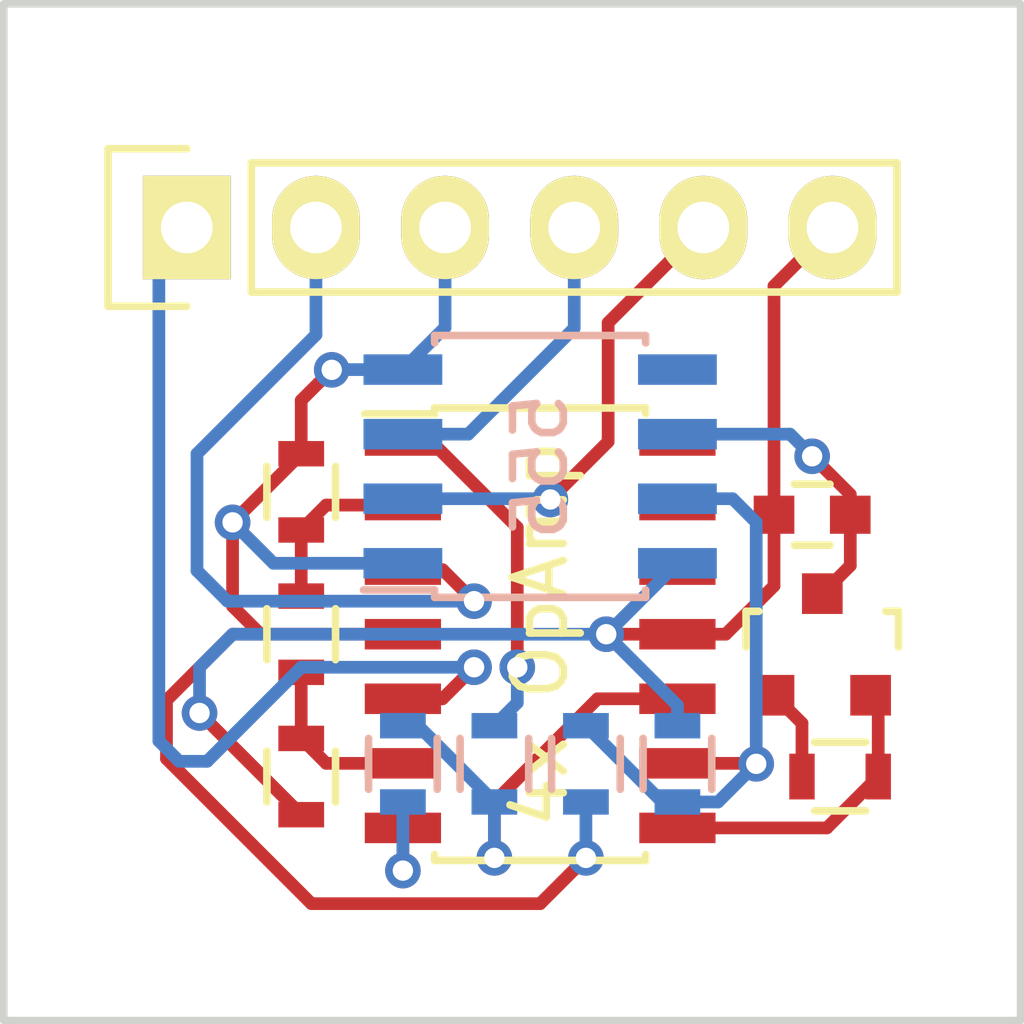
<source format=kicad_pcb>
(kicad_pcb (version 4) (host pcbnew 4.0.1-stable)

  (general
    (links 0)
    (no_connects 0)
    (area 122.719763 62.800713 149.380237 88.425001)
    (thickness 1.6)
    (drawings 4)
    (tracks 114)
    (zones 0)
    (modules 13)
    (nets 1)
  )

  (page A4)
  (layers
    (0 F.Cu signal)
    (31 B.Cu signal)
    (32 B.Adhes user)
    (33 F.Adhes user)
    (34 B.Paste user)
    (35 F.Paste user)
    (36 B.SilkS user)
    (37 F.SilkS user)
    (38 B.Mask user)
    (39 F.Mask user)
    (40 Dwgs.User user)
    (41 Cmts.User user)
    (42 Eco1.User user)
    (43 Eco2.User user)
    (44 Edge.Cuts user)
    (45 Margin user)
    (46 B.CrtYd user)
    (47 F.CrtYd user)
    (48 B.Fab user)
    (49 F.Fab user)
  )

  (setup
    (last_trace_width 0.25)
    (trace_clearance 0.16)
    (zone_clearance 0.508)
    (zone_45_only no)
    (trace_min 0.2)
    (segment_width 0.2)
    (edge_width 0.15)
    (via_size 0.7)
    (via_drill 0.4)
    (via_min_size 0.4)
    (via_min_drill 0.3)
    (uvia_size 0.3)
    (uvia_drill 0.1)
    (uvias_allowed no)
    (uvia_min_size 0.2)
    (uvia_min_drill 0.1)
    (pcb_text_width 0.3)
    (pcb_text_size 1.5 1.5)
    (mod_edge_width 0.15)
    (mod_text_size 1 1)
    (mod_text_width 0.15)
    (pad_size 1.524 1.524)
    (pad_drill 0.762)
    (pad_to_mask_clearance 0.2)
    (aux_axis_origin 0 0)
    (visible_elements 7FFFFF3F)
    (pcbplotparams
      (layerselection 0x01000_00000000)
      (usegerberextensions false)
      (excludeedgelayer true)
      (linewidth 0.100000)
      (plotframeref false)
      (viasonmask false)
      (mode 1)
      (useauxorigin false)
      (hpglpennumber 1)
      (hpglpenspeed 20)
      (hpglpendiameter 15)
      (hpglpenoverlay 2)
      (psnegative false)
      (psa4output false)
      (plotreference true)
      (plotvalue true)
      (plotinvisibletext false)
      (padsonsilk false)
      (subtractmaskfromsilk false)
      (outputformat 1)
      (mirror false)
      (drillshape 0)
      (scaleselection 1)
      (outputdirectory Gerbers/))
  )

  (net 0 "")

  (net_class Default "This is the default net class."
    (clearance 0.16)
    (trace_width 0.25)
    (via_dia 0.7)
    (via_drill 0.4)
    (uvia_dia 0.3)
    (uvia_drill 0.1)
  )

  (module Resistors_SMD:R_0603 (layer B.Cu) (tedit 56C283E0) (tstamp 56C2844E)
    (at 136.95 83.3 270)
    (descr "Resistor SMD 0603, reflow soldering, Vishay (see dcrcw.pdf)")
    (tags "resistor 0603")
    (attr smd)
    (fp_text reference REF** (at 0 1.9 270) (layer B.SilkS) hide
      (effects (font (size 1 1) (thickness 0.15)) (justify mirror))
    )
    (fp_text value R_0603 (at 0 -1.9 270) (layer B.Fab) hide
      (effects (font (size 1 1) (thickness 0.15)) (justify mirror))
    )
    (fp_line (start -1.3 0.8) (end 1.3 0.8) (layer B.CrtYd) (width 0.05))
    (fp_line (start -1.3 -0.8) (end 1.3 -0.8) (layer B.CrtYd) (width 0.05))
    (fp_line (start -1.3 0.8) (end -1.3 -0.8) (layer B.CrtYd) (width 0.05))
    (fp_line (start 1.3 0.8) (end 1.3 -0.8) (layer B.CrtYd) (width 0.05))
    (fp_line (start 0.5 -0.675) (end -0.5 -0.675) (layer B.SilkS) (width 0.15))
    (fp_line (start -0.5 0.675) (end 0.5 0.675) (layer B.SilkS) (width 0.15))
    (pad 1 smd rect (at -0.75 0 270) (size 0.5 0.9) (layers B.Cu B.Paste B.Mask))
    (pad 2 smd rect (at 0.75 0 270) (size 0.5 0.9) (layers B.Cu B.Paste B.Mask))
    (model Resistors_SMD.3dshapes/R_0603.wrl
      (at (xyz 0 0 0))
      (scale (xyz 1 1 1))
      (rotate (xyz 0 0 0))
    )
  )

  (module Resistors_SMD:R_0603 (layer B.Cu) (tedit 56C283E0) (tstamp 56C28459)
    (at 138.75 83.3 270)
    (descr "Resistor SMD 0603, reflow soldering, Vishay (see dcrcw.pdf)")
    (tags "resistor 0603")
    (attr smd)
    (fp_text reference REF** (at 0 1.9 270) (layer B.SilkS) hide
      (effects (font (size 1 1) (thickness 0.15)) (justify mirror))
    )
    (fp_text value R_0603 (at 0 -1.9 270) (layer B.Fab) hide
      (effects (font (size 1 1) (thickness 0.15)) (justify mirror))
    )
    (fp_line (start -1.3 0.8) (end 1.3 0.8) (layer B.CrtYd) (width 0.05))
    (fp_line (start -1.3 -0.8) (end 1.3 -0.8) (layer B.CrtYd) (width 0.05))
    (fp_line (start -1.3 0.8) (end -1.3 -0.8) (layer B.CrtYd) (width 0.05))
    (fp_line (start 1.3 0.8) (end 1.3 -0.8) (layer B.CrtYd) (width 0.05))
    (fp_line (start 0.5 -0.675) (end -0.5 -0.675) (layer B.SilkS) (width 0.15))
    (fp_line (start -0.5 0.675) (end 0.5 0.675) (layer B.SilkS) (width 0.15))
    (pad 1 smd rect (at -0.75 0 270) (size 0.5 0.9) (layers B.Cu B.Paste B.Mask))
    (pad 2 smd rect (at 0.75 0 270) (size 0.5 0.9) (layers B.Cu B.Paste B.Mask))
    (model Resistors_SMD.3dshapes/R_0603.wrl
      (at (xyz 0 0 0))
      (scale (xyz 1 1 1))
      (rotate (xyz 0 0 0))
    )
  )

  (module Resistors_SMD:R_0603 (layer F.Cu) (tedit 56C283E0) (tstamp 56C28443)
    (at 141.95 83.55)
    (descr "Resistor SMD 0603, reflow soldering, Vishay (see dcrcw.pdf)")
    (tags "resistor 0603")
    (attr smd)
    (fp_text reference REF** (at 0 -1.9) (layer F.SilkS) hide
      (effects (font (size 1 1) (thickness 0.15)))
    )
    (fp_text value R_0603 (at 0 1.9) (layer F.Fab) hide
      (effects (font (size 1 1) (thickness 0.15)))
    )
    (fp_line (start -1.3 -0.8) (end 1.3 -0.8) (layer F.CrtYd) (width 0.05))
    (fp_line (start -1.3 0.8) (end 1.3 0.8) (layer F.CrtYd) (width 0.05))
    (fp_line (start -1.3 -0.8) (end -1.3 0.8) (layer F.CrtYd) (width 0.05))
    (fp_line (start 1.3 -0.8) (end 1.3 0.8) (layer F.CrtYd) (width 0.05))
    (fp_line (start 0.5 0.675) (end -0.5 0.675) (layer F.SilkS) (width 0.15))
    (fp_line (start -0.5 -0.675) (end 0.5 -0.675) (layer F.SilkS) (width 0.15))
    (pad 1 smd rect (at -0.75 0) (size 0.5 0.9) (layers F.Cu F.Paste F.Mask))
    (pad 2 smd rect (at 0.75 0) (size 0.5 0.9) (layers F.Cu F.Paste F.Mask))
    (model Resistors_SMD.3dshapes/R_0603.wrl
      (at (xyz 0 0 0))
      (scale (xyz 1 1 1))
      (rotate (xyz 0 0 0))
    )
  )

  (module Resistors_SMD:R_0603 (layer B.Cu) (tedit 56C283E0) (tstamp 56C28438)
    (at 135.15 83.3 270)
    (descr "Resistor SMD 0603, reflow soldering, Vishay (see dcrcw.pdf)")
    (tags "resistor 0603")
    (attr smd)
    (fp_text reference REF** (at 0 1.9 270) (layer B.SilkS) hide
      (effects (font (size 1 1) (thickness 0.15)) (justify mirror))
    )
    (fp_text value R_0603 (at 0 -1.9 270) (layer B.Fab) hide
      (effects (font (size 1 1) (thickness 0.15)) (justify mirror))
    )
    (fp_line (start -1.3 0.8) (end 1.3 0.8) (layer B.CrtYd) (width 0.05))
    (fp_line (start -1.3 -0.8) (end 1.3 -0.8) (layer B.CrtYd) (width 0.05))
    (fp_line (start -1.3 0.8) (end -1.3 -0.8) (layer B.CrtYd) (width 0.05))
    (fp_line (start 1.3 0.8) (end 1.3 -0.8) (layer B.CrtYd) (width 0.05))
    (fp_line (start 0.5 -0.675) (end -0.5 -0.675) (layer B.SilkS) (width 0.15))
    (fp_line (start -0.5 0.675) (end 0.5 0.675) (layer B.SilkS) (width 0.15))
    (pad 1 smd rect (at -0.75 0 270) (size 0.5 0.9) (layers B.Cu B.Paste B.Mask))
    (pad 2 smd rect (at 0.75 0 270) (size 0.5 0.9) (layers B.Cu B.Paste B.Mask))
    (model Resistors_SMD.3dshapes/R_0603.wrl
      (at (xyz 0 0 0))
      (scale (xyz 1 1 1))
      (rotate (xyz 0 0 0))
    )
  )

  (module Resistors_SMD:R_0603 (layer F.Cu) (tedit 56C283E0) (tstamp 56C2842D)
    (at 131.35 83.55 270)
    (descr "Resistor SMD 0603, reflow soldering, Vishay (see dcrcw.pdf)")
    (tags "resistor 0603")
    (attr smd)
    (fp_text reference REF** (at 0 -1.9 270) (layer F.SilkS) hide
      (effects (font (size 1 1) (thickness 0.15)))
    )
    (fp_text value R_0603 (at 0 1.9 270) (layer F.Fab) hide
      (effects (font (size 1 1) (thickness 0.15)))
    )
    (fp_line (start -1.3 -0.8) (end 1.3 -0.8) (layer F.CrtYd) (width 0.05))
    (fp_line (start -1.3 0.8) (end 1.3 0.8) (layer F.CrtYd) (width 0.05))
    (fp_line (start -1.3 -0.8) (end -1.3 0.8) (layer F.CrtYd) (width 0.05))
    (fp_line (start 1.3 -0.8) (end 1.3 0.8) (layer F.CrtYd) (width 0.05))
    (fp_line (start 0.5 0.675) (end -0.5 0.675) (layer F.SilkS) (width 0.15))
    (fp_line (start -0.5 -0.675) (end 0.5 -0.675) (layer F.SilkS) (width 0.15))
    (pad 1 smd rect (at -0.75 0 270) (size 0.5 0.9) (layers F.Cu F.Paste F.Mask))
    (pad 2 smd rect (at 0.75 0 270) (size 0.5 0.9) (layers F.Cu F.Paste F.Mask))
    (model Resistors_SMD.3dshapes/R_0603.wrl
      (at (xyz 0 0 0))
      (scale (xyz 1 1 1))
      (rotate (xyz 0 0 0))
    )
  )

  (module Resistors_SMD:R_0603 (layer F.Cu) (tedit 56C283E0) (tstamp 56C28422)
    (at 131.35 77.95 270)
    (descr "Resistor SMD 0603, reflow soldering, Vishay (see dcrcw.pdf)")
    (tags "resistor 0603")
    (attr smd)
    (fp_text reference REF** (at 0 -1.9 270) (layer F.SilkS) hide
      (effects (font (size 1 1) (thickness 0.15)))
    )
    (fp_text value R_0603 (at 0 1.9 270) (layer F.Fab) hide
      (effects (font (size 1 1) (thickness 0.15)))
    )
    (fp_line (start -1.3 -0.8) (end 1.3 -0.8) (layer F.CrtYd) (width 0.05))
    (fp_line (start -1.3 0.8) (end 1.3 0.8) (layer F.CrtYd) (width 0.05))
    (fp_line (start -1.3 -0.8) (end -1.3 0.8) (layer F.CrtYd) (width 0.05))
    (fp_line (start 1.3 -0.8) (end 1.3 0.8) (layer F.CrtYd) (width 0.05))
    (fp_line (start 0.5 0.675) (end -0.5 0.675) (layer F.SilkS) (width 0.15))
    (fp_line (start -0.5 -0.675) (end 0.5 -0.675) (layer F.SilkS) (width 0.15))
    (pad 1 smd rect (at -0.75 0 270) (size 0.5 0.9) (layers F.Cu F.Paste F.Mask))
    (pad 2 smd rect (at 0.75 0 270) (size 0.5 0.9) (layers F.Cu F.Paste F.Mask))
    (model Resistors_SMD.3dshapes/R_0603.wrl
      (at (xyz 0 0 0))
      (scale (xyz 1 1 1))
      (rotate (xyz 0 0 0))
    )
  )

  (module Resistors_SMD:R_0603 (layer F.Cu) (tedit 56C283E0) (tstamp 56C28417)
    (at 131.35 80.75 270)
    (descr "Resistor SMD 0603, reflow soldering, Vishay (see dcrcw.pdf)")
    (tags "resistor 0603")
    (attr smd)
    (fp_text reference REF** (at 0 -1.9 270) (layer F.SilkS) hide
      (effects (font (size 1 1) (thickness 0.15)))
    )
    (fp_text value R_0603 (at 0 1.9 270) (layer F.Fab) hide
      (effects (font (size 1 1) (thickness 0.15)))
    )
    (fp_line (start -1.3 -0.8) (end 1.3 -0.8) (layer F.CrtYd) (width 0.05))
    (fp_line (start -1.3 0.8) (end 1.3 0.8) (layer F.CrtYd) (width 0.05))
    (fp_line (start -1.3 -0.8) (end -1.3 0.8) (layer F.CrtYd) (width 0.05))
    (fp_line (start 1.3 -0.8) (end 1.3 0.8) (layer F.CrtYd) (width 0.05))
    (fp_line (start 0.5 0.675) (end -0.5 0.675) (layer F.SilkS) (width 0.15))
    (fp_line (start -0.5 -0.675) (end 0.5 -0.675) (layer F.SilkS) (width 0.15))
    (pad 1 smd rect (at -0.75 0 270) (size 0.5 0.9) (layers F.Cu F.Paste F.Mask))
    (pad 2 smd rect (at 0.75 0 270) (size 0.5 0.9) (layers F.Cu F.Paste F.Mask))
    (model Resistors_SMD.3dshapes/R_0603.wrl
      (at (xyz 0 0 0))
      (scale (xyz 1 1 1))
      (rotate (xyz 0 0 0))
    )
  )

  (module Housings_SOIC:SOIC-8_3.9x4.9mm_Pitch1.27mm (layer B.Cu) (tedit 56C28807) (tstamp 56C281F7)
    (at 136.05 77.45)
    (descr "8-Lead Plastic Small Outline (SN) - Narrow, 3.90 mm Body [SOIC] (see Microchip Packaging Specification 00000049BS.pdf)")
    (tags "SOIC 1.27")
    (attr smd)
    (fp_text reference 555 (at 0 0 270) (layer B.SilkS)
      (effects (font (size 1 1) (thickness 0.15)) (justify mirror))
    )
    (fp_text value SOIC-8_3.9x4.9mm_Pitch1.27mm (at 0 -3.5) (layer B.Fab) hide
      (effects (font (size 1 1) (thickness 0.15)) (justify mirror))
    )
    (fp_line (start -3.75 2.75) (end -3.75 -2.75) (layer B.CrtYd) (width 0.05))
    (fp_line (start 3.75 2.75) (end 3.75 -2.75) (layer B.CrtYd) (width 0.05))
    (fp_line (start -3.75 2.75) (end 3.75 2.75) (layer B.CrtYd) (width 0.05))
    (fp_line (start -3.75 -2.75) (end 3.75 -2.75) (layer B.CrtYd) (width 0.05))
    (fp_line (start -2.075 2.575) (end -2.075 2.43) (layer B.SilkS) (width 0.15))
    (fp_line (start 2.075 2.575) (end 2.075 2.43) (layer B.SilkS) (width 0.15))
    (fp_line (start 2.075 -2.575) (end 2.075 -2.43) (layer B.SilkS) (width 0.15))
    (fp_line (start -2.075 -2.575) (end -2.075 -2.43) (layer B.SilkS) (width 0.15))
    (fp_line (start -2.075 2.575) (end 2.075 2.575) (layer B.SilkS) (width 0.15))
    (fp_line (start -2.075 -2.575) (end 2.075 -2.575) (layer B.SilkS) (width 0.15))
    (fp_line (start -2.075 2.43) (end -3.475 2.43) (layer B.SilkS) (width 0.15))
    (pad 1 smd rect (at -2.7 1.905) (size 1.55 0.6) (layers B.Cu B.Paste B.Mask))
    (pad 2 smd rect (at -2.7 0.635) (size 1.55 0.6) (layers B.Cu B.Paste B.Mask))
    (pad 3 smd rect (at -2.7 -0.635) (size 1.55 0.6) (layers B.Cu B.Paste B.Mask))
    (pad 4 smd rect (at -2.7 -1.905) (size 1.55 0.6) (layers B.Cu B.Paste B.Mask))
    (pad 5 smd rect (at 2.7 -1.905) (size 1.55 0.6) (layers B.Cu B.Paste B.Mask))
    (pad 6 smd rect (at 2.7 -0.635) (size 1.55 0.6) (layers B.Cu B.Paste B.Mask))
    (pad 7 smd rect (at 2.7 0.635) (size 1.55 0.6) (layers B.Cu B.Paste B.Mask))
    (pad 8 smd rect (at 2.7 1.905) (size 1.55 0.6) (layers B.Cu B.Paste B.Mask))
    (model Housings_SOIC.3dshapes/SOIC-8_3.9x4.9mm_Pitch1.27mm.wrl
      (at (xyz 0 0 0))
      (scale (xyz 1 1 1))
      (rotate (xyz 0 0 0))
    )
  )

  (module Housings_SOIC:SOIC-14_3.9x8.7mm_Pitch1.27mm (layer F.Cu) (tedit 56C3A8DE) (tstamp 56C2820E)
    (at 136.05 80.75)
    (descr "14-Lead Plastic Small Outline (SL) - Narrow, 3.90 mm Body [SOIC] (see Microchip Packaging Specification 00000049BS.pdf)")
    (tags "SOIC 1.27")
    (attr smd)
    (fp_text reference "4x OpAmp" (at 0 0 90) (layer F.SilkS)
      (effects (font (size 1 1) (thickness 0.15)))
    )
    (fp_text value SOIC-14_3.9x8.7mm_Pitch1.27mm (at 0 5.375) (layer F.Fab) hide
      (effects (font (size 1 1) (thickness 0.15)))
    )
    (fp_line (start -3.7 -4.65) (end -3.7 4.65) (layer F.CrtYd) (width 0.05))
    (fp_line (start 3.7 -4.65) (end 3.7 4.65) (layer F.CrtYd) (width 0.05))
    (fp_line (start -3.7 -4.65) (end 3.7 -4.65) (layer F.CrtYd) (width 0.05))
    (fp_line (start -3.7 4.65) (end 3.7 4.65) (layer F.CrtYd) (width 0.05))
    (fp_line (start -2.075 -4.45) (end -2.075 -4.335) (layer F.SilkS) (width 0.15))
    (fp_line (start 2.075 -4.45) (end 2.075 -4.335) (layer F.SilkS) (width 0.15))
    (fp_line (start 2.075 4.45) (end 2.075 4.335) (layer F.SilkS) (width 0.15))
    (fp_line (start -2.075 4.45) (end -2.075 4.335) (layer F.SilkS) (width 0.15))
    (fp_line (start -2.075 -4.45) (end 2.075 -4.45) (layer F.SilkS) (width 0.15))
    (fp_line (start -2.075 4.45) (end 2.075 4.45) (layer F.SilkS) (width 0.15))
    (fp_line (start -2.075 -4.335) (end -3.45 -4.335) (layer F.SilkS) (width 0.15))
    (pad 1 smd rect (at -2.7 -3.81) (size 1.5 0.6) (layers F.Cu F.Paste F.Mask))
    (pad 2 smd rect (at -2.7 -2.54) (size 1.5 0.6) (layers F.Cu F.Paste F.Mask))
    (pad 3 smd rect (at -2.7 -1.27) (size 1.5 0.6) (layers F.Cu F.Paste F.Mask))
    (pad 4 smd rect (at -2.7 0) (size 1.5 0.6) (layers F.Cu F.Paste F.Mask))
    (pad 5 smd rect (at -2.7 1.27) (size 1.5 0.6) (layers F.Cu F.Paste F.Mask))
    (pad 6 smd rect (at -2.7 2.54) (size 1.5 0.6) (layers F.Cu F.Paste F.Mask))
    (pad 7 smd rect (at -2.7 3.81) (size 1.5 0.6) (layers F.Cu F.Paste F.Mask))
    (pad 8 smd rect (at 2.7 3.81) (size 1.5 0.6) (layers F.Cu F.Paste F.Mask))
    (pad 9 smd rect (at 2.7 2.54) (size 1.5 0.6) (layers F.Cu F.Paste F.Mask))
    (pad 10 smd rect (at 2.7 1.27) (size 1.5 0.6) (layers F.Cu F.Paste F.Mask))
    (pad 11 smd rect (at 2.7 0) (size 1.5 0.6) (layers F.Cu F.Paste F.Mask))
    (pad 12 smd rect (at 2.7 -1.27) (size 1.5 0.6) (layers F.Cu F.Paste F.Mask))
    (pad 13 smd rect (at 2.7 -2.54) (size 1.5 0.6) (layers F.Cu F.Paste F.Mask))
    (pad 14 smd rect (at 2.7 -3.81) (size 1.5 0.6) (layers F.Cu F.Paste F.Mask))
    (model Housings_SOIC.3dshapes/SOIC-14_3.9x8.7mm_Pitch1.27mm.wrl
      (at (xyz 0 0 0))
      (scale (xyz 1 1 1))
      (rotate (xyz 0 0 0))
    )
  )

  (module Resistors_SMD:R_0603 (layer B.Cu) (tedit 56C283E0) (tstamp 56C284AF)
    (at 133.35 83.3 270)
    (descr "Resistor SMD 0603, reflow soldering, Vishay (see dcrcw.pdf)")
    (tags "resistor 0603")
    (attr smd)
    (fp_text reference REF** (at 0 1.9 270) (layer B.SilkS) hide
      (effects (font (size 1 1) (thickness 0.15)) (justify mirror))
    )
    (fp_text value R_0603 (at 0 -1.9 270) (layer B.Fab) hide
      (effects (font (size 1 1) (thickness 0.15)) (justify mirror))
    )
    (fp_line (start -1.3 0.8) (end 1.3 0.8) (layer B.CrtYd) (width 0.05))
    (fp_line (start -1.3 -0.8) (end 1.3 -0.8) (layer B.CrtYd) (width 0.05))
    (fp_line (start -1.3 0.8) (end -1.3 -0.8) (layer B.CrtYd) (width 0.05))
    (fp_line (start 1.3 0.8) (end 1.3 -0.8) (layer B.CrtYd) (width 0.05))
    (fp_line (start 0.5 -0.675) (end -0.5 -0.675) (layer B.SilkS) (width 0.15))
    (fp_line (start -0.5 0.675) (end 0.5 0.675) (layer B.SilkS) (width 0.15))
    (pad 1 smd rect (at -0.75 0 270) (size 0.5 0.9) (layers B.Cu B.Paste B.Mask))
    (pad 2 smd rect (at 0.75 0 270) (size 0.5 0.9) (layers B.Cu B.Paste B.Mask))
    (model Resistors_SMD.3dshapes/R_0603.wrl
      (at (xyz 0 0 0))
      (scale (xyz 1 1 1))
      (rotate (xyz 0 0 0))
    )
  )

  (module TO_SOT_Packages_SMD:SOT-23 (layer F.Cu) (tedit 56C3A909) (tstamp 56C9B702)
    (at 141.6 80.95)
    (descr "SOT-23, Standard")
    (tags SOT-23)
    (attr smd)
    (fp_text reference REF** (at 0 -2.25) (layer F.SilkS) hide
      (effects (font (size 1 1) (thickness 0.15)))
    )
    (fp_text value SOT-23 (at 0 2.3) (layer F.Fab) hide
      (effects (font (size 1 1) (thickness 0.15)))
    )
    (fp_line (start -1.65 -1.6) (end 1.65 -1.6) (layer F.CrtYd) (width 0.05))
    (fp_line (start 1.65 -1.6) (end 1.65 1.6) (layer F.CrtYd) (width 0.05))
    (fp_line (start 1.65 1.6) (end -1.65 1.6) (layer F.CrtYd) (width 0.05))
    (fp_line (start -1.65 1.6) (end -1.65 -1.6) (layer F.CrtYd) (width 0.05))
    (fp_line (start 1.29916 -0.65024) (end 1.2509 -0.65024) (layer F.SilkS) (width 0.15))
    (fp_line (start -1.49982 0.0508) (end -1.49982 -0.65024) (layer F.SilkS) (width 0.15))
    (fp_line (start -1.49982 -0.65024) (end -1.2509 -0.65024) (layer F.SilkS) (width 0.15))
    (fp_line (start 1.29916 -0.65024) (end 1.49982 -0.65024) (layer F.SilkS) (width 0.15))
    (fp_line (start 1.49982 -0.65024) (end 1.49982 0.0508) (layer F.SilkS) (width 0.15))
    (pad 1 smd rect (at -0.95 1.00076) (size 0.8001 0.8001) (layers F.Cu F.Paste F.Mask))
    (pad 2 smd rect (at 0.95 1.00076) (size 0.8001 0.8001) (layers F.Cu F.Paste F.Mask))
    (pad 3 smd rect (at 0 -0.99822) (size 0.8001 0.8001) (layers F.Cu F.Paste F.Mask))
    (model TO_SOT_Packages_SMD.3dshapes/SOT-23.wrl
      (at (xyz 0 0 0))
      (scale (xyz 1 1 1))
      (rotate (xyz 0 0 0))
    )
  )

  (module Capacitors_SMD:C_0603 (layer F.Cu) (tedit 56C3A8F7) (tstamp 56CF0BF4)
    (at 141.4 78.4)
    (descr "Capacitor SMD 0603, reflow soldering, AVX (see smccp.pdf)")
    (tags "capacitor 0603")
    (attr smd)
    (fp_text reference REF** (at 0 -1.9) (layer F.SilkS) hide
      (effects (font (size 1 1) (thickness 0.15)))
    )
    (fp_text value C_0603 (at 0 1.9) (layer F.Fab) hide
      (effects (font (size 1 1) (thickness 0.15)))
    )
    (fp_line (start -1.45 -0.75) (end 1.45 -0.75) (layer F.CrtYd) (width 0.05))
    (fp_line (start -1.45 0.75) (end 1.45 0.75) (layer F.CrtYd) (width 0.05))
    (fp_line (start -1.45 -0.75) (end -1.45 0.75) (layer F.CrtYd) (width 0.05))
    (fp_line (start 1.45 -0.75) (end 1.45 0.75) (layer F.CrtYd) (width 0.05))
    (fp_line (start -0.35 -0.6) (end 0.35 -0.6) (layer F.SilkS) (width 0.15))
    (fp_line (start 0.35 0.6) (end -0.35 0.6) (layer F.SilkS) (width 0.15))
    (pad 1 smd rect (at -0.75 0) (size 0.8 0.75) (layers F.Cu F.Paste F.Mask))
    (pad 2 smd rect (at 0.75 0) (size 0.8 0.75) (layers F.Cu F.Paste F.Mask))
    (model Capacitors_SMD.3dshapes/C_0603.wrl
      (at (xyz 0 0 0))
      (scale (xyz 1 1 1))
      (rotate (xyz 0 0 0))
    )
  )

  (module Pin_Headers:Pin_Header_Straight_1x06 (layer F.Cu) (tedit 56C3A900) (tstamp 56C49BDA)
    (at 129.1 72.75 90)
    (descr "Through hole pin header")
    (tags "pin header")
    (fp_text reference REF** (at 0 -5.1 90) (layer F.SilkS) hide
      (effects (font (size 1 1) (thickness 0.15)))
    )
    (fp_text value Pin_Header_Straight_1x06 (at 0 -3.1 90) (layer F.Fab) hide
      (effects (font (size 1 1) (thickness 0.15)))
    )
    (fp_line (start -1.75 -1.75) (end -1.75 14.45) (layer F.CrtYd) (width 0.05))
    (fp_line (start 1.75 -1.75) (end 1.75 14.45) (layer F.CrtYd) (width 0.05))
    (fp_line (start -1.75 -1.75) (end 1.75 -1.75) (layer F.CrtYd) (width 0.05))
    (fp_line (start -1.75 14.45) (end 1.75 14.45) (layer F.CrtYd) (width 0.05))
    (fp_line (start 1.27 1.27) (end 1.27 13.97) (layer F.SilkS) (width 0.15))
    (fp_line (start 1.27 13.97) (end -1.27 13.97) (layer F.SilkS) (width 0.15))
    (fp_line (start -1.27 13.97) (end -1.27 1.27) (layer F.SilkS) (width 0.15))
    (fp_line (start 1.55 -1.55) (end 1.55 0) (layer F.SilkS) (width 0.15))
    (fp_line (start 1.27 1.27) (end -1.27 1.27) (layer F.SilkS) (width 0.15))
    (fp_line (start -1.55 0) (end -1.55 -1.55) (layer F.SilkS) (width 0.15))
    (fp_line (start -1.55 -1.55) (end 1.55 -1.55) (layer F.SilkS) (width 0.15))
    (pad 1 thru_hole rect (at 0 0 90) (size 2.032 1.7272) (drill 1.016) (layers *.Cu *.Mask F.SilkS))
    (pad 2 thru_hole oval (at 0 2.54 90) (size 2.032 1.7272) (drill 1.016) (layers *.Cu *.Mask F.SilkS))
    (pad 3 thru_hole oval (at 0 5.08 90) (size 2.032 1.7272) (drill 1.016) (layers *.Cu *.Mask F.SilkS))
    (pad 4 thru_hole oval (at 0 7.62 90) (size 2.032 1.7272) (drill 1.016) (layers *.Cu *.Mask F.SilkS))
    (pad 5 thru_hole oval (at 0 10.16 90) (size 2.032 1.7272) (drill 1.016) (layers *.Cu *.Mask F.SilkS))
    (pad 6 thru_hole oval (at 0 12.7 90) (size 2.032 1.7272) (drill 1.016) (layers *.Cu *.Mask F.SilkS))
    (model Pin_Headers.3dshapes/Pin_Header_Straight_1x06.wrl
      (at (xyz 0 -0.25 0))
      (scale (xyz 1 1 1))
      (rotate (xyz 0 0 90))
    )
  )

  (gr_line (start 125.5 88.35) (end 125.5 68.35) (angle 90) (layer Edge.Cuts) (width 0.15))
  (gr_line (start 145.5 88.35) (end 125.5 88.35) (angle 90) (layer Edge.Cuts) (width 0.15))
  (gr_line (start 145.5 68.35) (end 145.5 88.35) (angle 90) (layer Edge.Cuts) (width 0.15))
  (gr_line (start 125.5 68.35) (end 145.5 68.35) (angle 90) (layer Edge.Cuts) (width 0.15))

  (segment (start 137.3875 76.9625) (end 137.3875 74.6225) (width 0.25) (layer F.Cu) (net 0))
  (segment (start 137.3875 74.6225) (end 139.26 72.75) (width 0.25) (layer F.Cu) (net 0) (tstamp 56C92696))
  (segment (start 140.65 78.4) (end 140.65 73.9) (width 0.25) (layer F.Cu) (net 0))
  (segment (start 140.65 73.9) (end 141.8 72.75) (width 0.25) (layer F.Cu) (net 0) (tstamp 56C49C80))
  (segment (start 133.35 78.085) (end 136.235 78.085) (width 0.25) (layer B.Cu) (net 0))
  (segment (start 136.235 78.085) (end 136.25 78.1) (width 0.25) (layer B.Cu) (net 0) (tstamp 56C49C79))
  (via (at 136.25 78.1) (size 0.7) (drill 0.4) (layers F.Cu B.Cu) (net 0))
  (segment (start 136.25 78.1) (end 137.3875 76.9625) (width 0.25) (layer F.Cu) (net 0) (tstamp 56C49C7B))
  (segment (start 131.35 81.4) (end 129.5 83.25) (width 0.25) (layer B.Cu) (net 0))
  (segment (start 128.55 82.85) (end 128.55 73.3) (width 0.25) (layer B.Cu) (net 0) (tstamp 56C49C63))
  (segment (start 128.95 83.25) (end 128.55 82.85) (width 0.25) (layer B.Cu) (net 0) (tstamp 56C49C62))
  (segment (start 129.5 83.25) (end 128.95 83.25) (width 0.25) (layer B.Cu) (net 0) (tstamp 56C49C61))
  (segment (start 128.55 73.3) (end 129.1 72.75) (width 0.25) (layer B.Cu) (net 0) (tstamp 56C49C64))
  (segment (start 129.95 80.1) (end 129.9 80.1) (width 0.25) (layer B.Cu) (net 0))
  (segment (start 129.9 80.1) (end 129.3 79.5) (width 0.25) (layer B.Cu) (net 0) (tstamp 56C49C55))
  (segment (start 131.64 72.75) (end 131.64 74.86) (width 0.25) (layer B.Cu) (net 0))
  (segment (start 131.64 74.86) (end 129.3 77.2) (width 0.25) (layer B.Cu) (net 0) (tstamp 56C49C4D))
  (segment (start 129.3 77.2) (end 129.3 79.5) (width 0.25) (layer B.Cu) (net 0) (tstamp 56C49C4F))
  (segment (start 134.13 79.48) (end 134.75 80.1) (width 0.25) (layer F.Cu) (net 0) (tstamp 56C286F3))
  (via (at 134.75 80.1) (size 0.7) (drill 0.4) (layers F.Cu B.Cu) (net 0))
  (segment (start 134.75 80.1) (end 129.95 80.1) (width 0.25) (layer B.Cu) (net 0) (tstamp 56C28706))
  (segment (start 134.13 79.48) (end 133.35 79.48) (width 0.25) (layer F.Cu) (net 0))
  (segment (start 133.35 76.815) (end 134.635 76.815) (width 0.25) (layer B.Cu) (net 0))
  (segment (start 136.72 74.73) (end 136.72 72.75) (width 0.25) (layer B.Cu) (net 0) (tstamp 56C49C26))
  (segment (start 134.635 76.815) (end 136.72 74.73) (width 0.25) (layer B.Cu) (net 0) (tstamp 56C49C24))
  (segment (start 134.18 72.75) (end 134.18 74.715) (width 0.25) (layer B.Cu) (net 0))
  (segment (start 134.18 74.715) (end 133.35 75.545) (width 0.25) (layer B.Cu) (net 0) (tstamp 56C49C1C))
  (segment (start 142.15 78.4) (end 142.15 78) (width 0.25) (layer F.Cu) (net 0))
  (segment (start 140.965 76.815) (end 138.75 76.815) (width 0.25) (layer B.Cu) (net 0) (tstamp 56CF0F0A))
  (segment (start 141.4 77.25) (end 140.965 76.815) (width 0.25) (layer B.Cu) (net 0) (tstamp 56CF0F09))
  (via (at 141.4 77.25) (size 0.7) (drill 0.4) (layers F.Cu B.Cu) (net 0))
  (segment (start 142.15 78) (end 141.4 77.25) (width 0.25) (layer F.Cu) (net 0) (tstamp 56CF0F07))
  (segment (start 142.15 78.4) (end 142.15 79.40178) (width 0.25) (layer F.Cu) (net 0))
  (segment (start 142.15 79.40178) (end 141.6 79.95178) (width 0.25) (layer F.Cu) (net 0) (tstamp 56CF0F03))
  (segment (start 138.75 80.75) (end 139.7 80.75) (width 0.25) (layer F.Cu) (net 0))
  (segment (start 140.65 79.8) (end 140.65 78.4) (width 0.25) (layer F.Cu) (net 0) (tstamp 56CF0EFF))
  (segment (start 139.7 80.75) (end 140.65 79.8) (width 0.25) (layer F.Cu) (net 0) (tstamp 56CF0EFE))
  (segment (start 133.89 76.94) (end 135.6 78.65) (width 0.25) (layer F.Cu) (net 0) (tstamp 56C28FC8))
  (segment (start 135.6 82.1) (end 135.15 82.55) (width 0.25) (layer B.Cu) (net 0) (tstamp 56C28FE2))
  (segment (start 135.6 82.05) (end 135.6 82.1) (width 0.25) (layer B.Cu) (net 0) (tstamp 56C28FDE))
  (segment (start 135.6 82) (end 135.6 82.05) (width 0.25) (layer B.Cu) (net 0) (tstamp 56C28FD7))
  (segment (start 135.6 81.4) (end 135.6 82) (width 0.25) (layer B.Cu) (net 0) (tstamp 56C28FD6))
  (via (at 135.6 81.4) (size 0.7) (drill 0.4) (layers F.Cu B.Cu) (net 0))
  (segment (start 135.6 78.65) (end 135.6 81.4) (width 0.25) (layer F.Cu) (net 0) (tstamp 56C28FCF))
  (segment (start 133.35 76.94) (end 133.89 76.94) (width 0.25) (layer F.Cu) (net 0))
  (segment (start 131.35 77.2) (end 131.35 76.15) (width 0.25) (layer F.Cu) (net 0))
  (segment (start 131.955 75.545) (end 133.35 75.545) (width 0.25) (layer B.Cu) (net 0) (tstamp 56C9B88E))
  (segment (start 131.95 75.55) (end 131.955 75.545) (width 0.25) (layer B.Cu) (net 0) (tstamp 56C9B88D))
  (via (at 131.95 75.55) (size 0.7) (drill 0.4) (layers F.Cu B.Cu) (net 0))
  (segment (start 131.35 76.15) (end 131.95 75.55) (width 0.25) (layer F.Cu) (net 0) (tstamp 56C9B88B))
  (segment (start 141.2 83.55) (end 141.2 82.50076) (width 0.25) (layer F.Cu) (net 0))
  (segment (start 141.2 82.50076) (end 140.65 81.95076) (width 0.25) (layer F.Cu) (net 0) (tstamp 56C9B882))
  (segment (start 142.7 83.55) (end 142.7 82.10076) (width 0.25) (layer F.Cu) (net 0))
  (segment (start 142.7 82.10076) (end 142.55 81.95076) (width 0.25) (layer F.Cu) (net 0) (tstamp 56C9B87F))
  (segment (start 138.75 84.56) (end 141.69 84.56) (width 0.25) (layer F.Cu) (net 0))
  (segment (start 141.69 84.56) (end 142.7 83.55) (width 0.25) (layer F.Cu) (net 0) (tstamp 56C9B87B))
  (segment (start 138.75 78.085) (end 139.835 78.085) (width 0.25) (layer B.Cu) (net 0))
  (segment (start 140.3 78.55) (end 140.3 83.3) (width 0.25) (layer B.Cu) (net 0) (tstamp 56C29479))
  (segment (start 139.835 78.085) (end 140.3 78.55) (width 0.25) (layer B.Cu) (net 0) (tstamp 56C29475))
  (segment (start 133.35 82.02) (end 134.13 82.02) (width 0.25) (layer F.Cu) (net 0))
  (segment (start 134.75 81.4) (end 131.35 81.4) (width 0.25) (layer B.Cu) (net 0) (tstamp 56C293BE))
  (via (at 134.75 81.4) (size 0.7) (drill 0.4) (layers F.Cu B.Cu) (net 0))
  (segment (start 134.13 82.02) (end 134.75 81.4) (width 0.25) (layer F.Cu) (net 0) (tstamp 56C293B9))
  (segment (start 130.55 80.75) (end 130 80.75) (width 0.25) (layer F.Cu) (net 0))
  (segment (start 130 80.75) (end 129.35 81.4) (width 0.25) (layer F.Cu) (net 0) (tstamp 56C29398))
  (segment (start 129.35 81.4) (end 128.7 82.05) (width 0.25) (layer F.Cu) (net 0) (tstamp 56C2916A))
  (segment (start 136.95 85.15) (end 136.95 84.05) (width 0.25) (layer B.Cu) (net 0) (tstamp 56C291AC))
  (via (at 136.95 85.15) (size 0.7) (drill 0.4) (layers F.Cu B.Cu) (net 0))
  (segment (start 136.05 86.05) (end 136.95 85.15) (width 0.25) (layer F.Cu) (net 0) (tstamp 56C29189))
  (segment (start 131.55 86.05) (end 136.05 86.05) (width 0.25) (layer F.Cu) (net 0) (tstamp 56C29187))
  (segment (start 128.7 83.2) (end 131.55 86.05) (width 0.25) (layer F.Cu) (net 0) (tstamp 56C2917E))
  (segment (start 128.7 82.05) (end 128.7 83.2) (width 0.25) (layer F.Cu) (net 0) (tstamp 56C2917A))
  (via (at 130 78.55) (size 0.7) (drill 0.4) (layers F.Cu B.Cu) (net 0))
  (segment (start 133.35 79.355) (end 130.805 79.355) (width 0.25) (layer B.Cu) (net 0) (tstamp 56C2924A))
  (segment (start 130.805 79.355) (end 130 78.55) (width 0.25) (layer B.Cu) (net 0) (tstamp 56C29249))
  (segment (start 133.35 80.75) (end 130.55 80.75) (width 0.25) (layer F.Cu) (net 0))
  (segment (start 130 78.55) (end 131.35 77.2) (width 0.25) (layer F.Cu) (net 0) (tstamp 56C2923E))
  (segment (start 130 80.2) (end 130 78.55) (width 0.25) (layer F.Cu) (net 0) (tstamp 56C2923B))
  (segment (start 130.55 80.75) (end 130 80.2) (width 0.25) (layer F.Cu) (net 0) (tstamp 56C29230))
  (segment (start 137.35 80.75) (end 137.355 80.75) (width 0.25) (layer B.Cu) (net 0))
  (segment (start 137.355 80.75) (end 138.75 79.355) (width 0.25) (layer B.Cu) (net 0) (tstamp 56C291DD))
  (segment (start 138.75 84.05) (end 139.55 84.05) (width 0.25) (layer B.Cu) (net 0))
  (segment (start 140.29 83.29) (end 138.75 83.29) (width 0.25) (layer F.Cu) (net 0) (tstamp 56C29149))
  (segment (start 140.3 83.3) (end 140.29 83.29) (width 0.25) (layer F.Cu) (net 0) (tstamp 56C29148))
  (via (at 140.3 83.3) (size 0.7) (drill 0.4) (layers F.Cu B.Cu) (net 0))
  (segment (start 139.55 84.05) (end 140.3 83.3) (width 0.25) (layer B.Cu) (net 0) (tstamp 56C29142))
  (segment (start 135.15 84.05) (end 135.15 85.15) (width 0.25) (layer B.Cu) (net 0))
  (segment (start 137.18 82.02) (end 138.75 82.02) (width 0.25) (layer F.Cu) (net 0) (tstamp 56C2911F))
  (segment (start 135.15 84.05) (end 137.18 82.02) (width 0.25) (layer F.Cu) (net 0) (tstamp 56C29117))
  (segment (start 135.15 85.15) (end 135.15 84.05) (width 0.25) (layer F.Cu) (net 0) (tstamp 56C29116))
  (via (at 135.15 85.15) (size 0.7) (drill 0.4) (layers F.Cu B.Cu) (net 0))
  (segment (start 138.75 84.05) (end 138.45 84.05) (width 0.25) (layer B.Cu) (net 0))
  (segment (start 138.45 84.05) (end 136.95 82.55) (width 0.25) (layer B.Cu) (net 0) (tstamp 56C290C5))
  (segment (start 133.35 82.55) (end 133.65 82.55) (width 0.25) (layer B.Cu) (net 0))
  (segment (start 133.65 82.55) (end 135.15 84.05) (width 0.25) (layer B.Cu) (net 0) (tstamp 56C28F6E))
  (segment (start 133.35 84.56) (end 133.35 85.4) (width 0.25) (layer F.Cu) (net 0))
  (segment (start 133.35 85.4) (end 133.35 84.05) (width 0.25) (layer B.Cu) (net 0) (tstamp 56C28F68))
  (via (at 133.35 85.4) (size 0.7) (drill 0.4) (layers F.Cu B.Cu) (net 0))
  (segment (start 138.75 82.55) (end 138.75 82.15) (width 0.25) (layer B.Cu) (net 0))
  (segment (start 138.75 82.15) (end 137.35 80.75) (width 0.25) (layer B.Cu) (net 0) (tstamp 56C28E91))
  (segment (start 130.05 80.75) (end 130 80.75) (width 0.25) (layer B.Cu) (net 0))
  (via (at 137.35 80.75) (size 0.7) (drill 0.4) (layers F.Cu B.Cu) (net 0))
  (segment (start 137.35 80.75) (end 130.05 80.75) (width 0.25) (layer B.Cu) (net 0) (tstamp 56C2874E))
  (segment (start 138.75 80.75) (end 137.35 80.75) (width 0.25) (layer F.Cu) (net 0))
  (segment (start 129.35 82.3) (end 131.35 84.3) (width 0.25) (layer F.Cu) (net 0) (tstamp 56C28ABE))
  (via (at 129.35 82.3) (size 0.7) (drill 0.4) (layers F.Cu B.Cu) (net 0))
  (segment (start 129.35 81.4) (end 129.35 82.3) (width 0.25) (layer B.Cu) (net 0) (tstamp 56C28A96))
  (segment (start 130 80.75) (end 129.35 81.4) (width 0.25) (layer B.Cu) (net 0) (tstamp 56C28A91))
  (segment (start 133.35 78.21) (end 131.84 78.21) (width 0.25) (layer F.Cu) (net 0))
  (segment (start 131.84 78.21) (end 131.35 78.7) (width 0.25) (layer F.Cu) (net 0) (tstamp 56C286C8))
  (segment (start 133.35 83.29) (end 131.84 83.29) (width 0.25) (layer F.Cu) (net 0))
  (segment (start 131.84 83.29) (end 131.35 82.8) (width 0.25) (layer F.Cu) (net 0) (tstamp 56C286C5))
  (segment (start 131.35 82.8) (end 131.35 81.5) (width 0.25) (layer F.Cu) (net 0))
  (segment (start 131.35 80) (end 131.35 78.7) (width 0.25) (layer F.Cu) (net 0))

  (zone (net 0) (net_name "") (layer F.Cu) (tstamp 56C92735) (hatch edge 0.508)
    (connect_pads (clearance 0.508))
    (min_thickness 0.254)
    (fill (arc_segments 16) (thermal_gap 0.508) (thermal_bridge_width 0.508))
    (polygon
      (pts
        (xy 125.475 68.325) (xy 145.475 68.35) (xy 145.5 88.325) (xy 125.525 88.35)
      )
    )
  )
  (zone (net 0) (net_name "") (layer B.Cu) (tstamp 56C92752) (hatch edge 0.508)
    (connect_pads (clearance 0.508))
    (min_thickness 0.254)
    (fill (arc_segments 16) (thermal_gap 0.508) (thermal_bridge_width 0.508))
    (polygon
      (pts
        (xy 125.5 68.35) (xy 145.5 68.375) (xy 145.5 88.35) (xy 125.525 88.35)
      )
    )
  )
)

</source>
